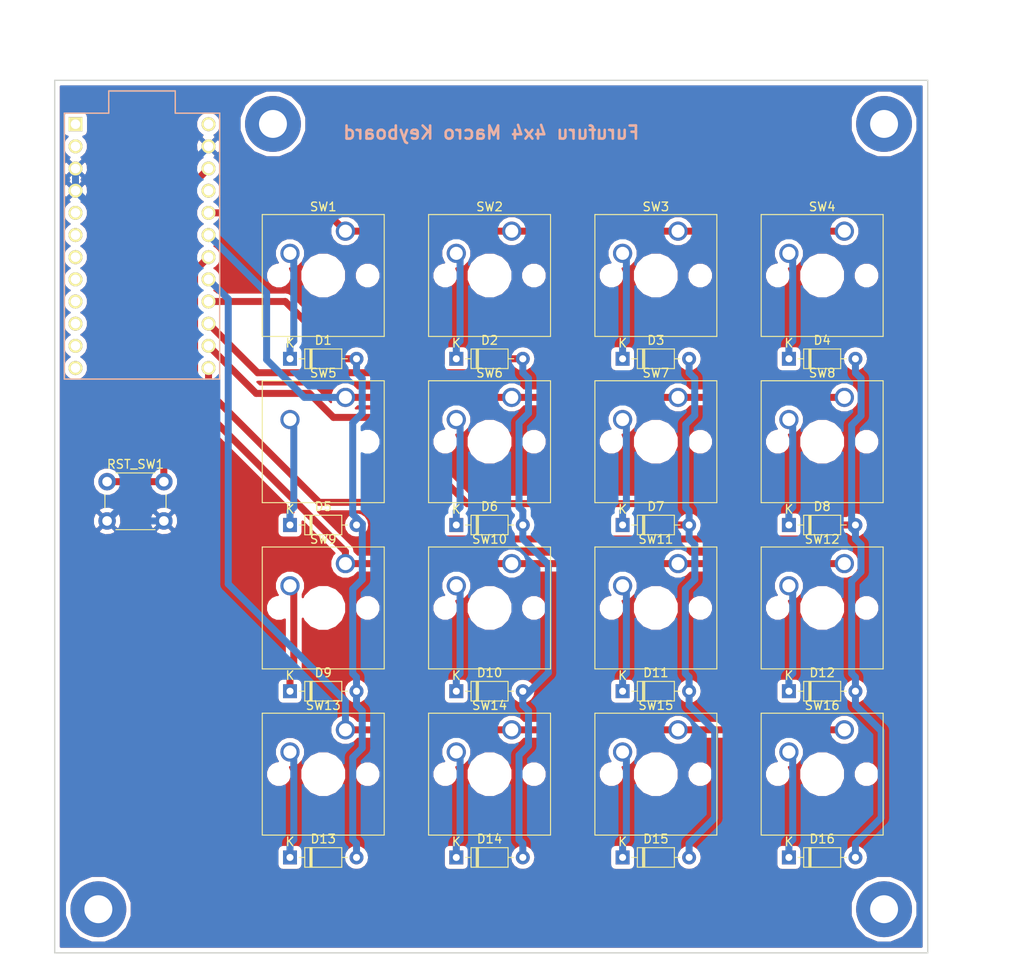
<source format=kicad_pcb>
(kicad_pcb (version 20171130) (host pcbnew "(5.0.0)")
  (layers (0 F.Cu signal) (31 B.Cu signal) (34 B.Paste user hide) (35 F.Paste user hide) (36 B.SilkS user) (37 F.SilkS user) (38 B.Mask user) (39 F.Mask user) (44 Edge.Cuts user))
  (net 0 "")
  (net 1 "Net-(D1-Pad1)")
  (net 2 COL0)
  (net 3 "Net-(D2-Pad1)")
  (net 4 "Net-(D3-Pad1)")
  (net 5 "Net-(D4-Pad1)")
  (net 6 COL1)
  (net 7 "Net-(D5-Pad1)")
  (net 8 "Net-(D6-Pad1)")
  (net 9 "Net-(D7-Pad1)")
  (net 10 "Net-(D8-Pad1)")
  (net 11 "Net-(D9-Pad1)")
  (net 12 COL2)
  (net 13 "Net-(D10-Pad1)")
  (net 14 "Net-(D11-Pad1)")
  (net 15 "Net-(D12-Pad1)")
  (net 16 "Net-(D13-Pad1)")
  (net 17 COL3)
  (net 18 "Net-(D14-Pad1)")
  (net 19 "Net-(D15-Pad1)")
  (net 20 "Net-(D16-Pad1)")
  (net 21 ROW0)
  (net 22 ROW1)
  (net 23 ROW2)
  (net 24 ROW3)
  (net 25 "Net-(U1-Pad1)")
  (net 26 "Net-(U1-Pad2)")
  (net 27 "Net-(U1-Pad5)")
  (net 28 "Net-(U1-Pad6)")
  (net 29 "Net-(U1-Pad7)")
  (net 30 "Net-(U1-Pad8)")
  (net 31 "Net-(U1-Pad9)")
  (net 32 "Net-(U1-Pad10)")
  (net 33 "Net-(U1-Pad11)")
  (net 34 "Net-(U1-Pad12)")
  (net 35 "Net-(U1-Pad21)")
  (net 36 "Net-(U1-Pad24)")
  (net 37 GND)
  (net 38 "Net-(RST_SW1-Pad1)")
  (module MountingHole:MountingHole_3.2mm_M3_Pad (layer F.Cu) (at 135 145)
    (fp_text reference m4 hide)
    (fp_text value MountingHole_3.2mm_M3_Pad)
    (pad 1 thru_hole circle (at 0 0) (size 6.4 6.4) (drill 3.2) (layers *.Cu *.Mask))
  )
  (module MountingHole:MountingHole_3.2mm_M3_Pad (layer F.Cu) (at 135 55)
    (fp_text reference m3 hide)
    (fp_text value MountingHole_3.2mm_M3_Pad)
    (pad 1 thru_hole circle (at 0 0) (size 6.4 6.4) (drill 3.2) (layers *.Cu *.Mask))
  )
  (module MountingHole:MountingHole_3.2mm_M3_Pad (layer F.Cu) (at 45 145)
    (fp_text reference m2 hide)
    (fp_text value MountingHole_3.2mm_M3_Pad)
    (pad 1 thru_hole circle (at 0 0) (size 6.4 6.4) (drill 3.2) (layers *.Cu *.Mask))
  )
  (module Diode_THT:D_DO-35_SOD27_P7.62mm_Horizontal (layer F.Cu) (at 66.95 81.915)
    (fp_text reference D1 (at 3.81 -2.12) (layer F.SilkS))
    (fp_text value DIODE)
    (fp_text user K (at 0 -1.8) (layer F.SilkS))
    (pad 1 thru_hole rect (at 0 0) (size 1.6 1.6) (drill 0.8) (layers *.Cu *.Mask) (net 1 "Net-(D1-Pad1)"))
    (pad 2 thru_hole oval (at 7.62 0) (size 1.6 1.6) (drill 0.8) (layers *.Cu *.Mask) (net 2 COL0))
  )
  (module Diode_THT:D_DO-35_SOD27_P7.62mm_Horizontal (layer F.Cu) (at 86 81.915)
    (fp_text reference D2 (at 3.81 -2.12) (layer F.SilkS))
    (fp_text value DIODE)
    (fp_text user K (at 0 -1.8) (layer F.SilkS))
    (pad 2 thru_hole oval (at 7.62 0) (size 1.6 1.6) (drill 0.8) (layers *.Cu *.Mask) (net 6 COL1))
    (pad 1 thru_hole rect (at 0 0) (size 1.6 1.6) (drill 0.8) (layers *.Cu *.Mask) (net 3 "Net-(D2-Pad1)"))
  )
  (module Diode_THT:D_DO-35_SOD27_P7.62mm_Horizontal (layer F.Cu) (at 105.05 81.915)
    (fp_text reference D3 (at 3.81 -2.12) (layer F.SilkS))
    (fp_text value DIODE)
    (fp_text user K (at 0 -1.8) (layer F.SilkS))
    (pad 1 thru_hole rect (at 0 0) (size 1.6 1.6) (drill 0.8) (layers *.Cu *.Mask) (net 4 "Net-(D3-Pad1)"))
    (pad 2 thru_hole oval (at 7.62 0) (size 1.6 1.6) (drill 0.8) (layers *.Cu *.Mask) (net 12 COL2))
  )
  (module Diode_THT:D_DO-35_SOD27_P7.62mm_Horizontal (layer F.Cu) (at 124.1 81.915)
    (fp_text reference D4 (at 3.81 -2.12) (layer F.SilkS))
    (fp_text value DIODE)
    (fp_text user K (at 0 -1.8) (layer F.SilkS))
    (pad 1 thru_hole rect (at 0 0) (size 1.6 1.6) (drill 0.8) (layers *.Cu *.Mask) (net 5 "Net-(D4-Pad1)"))
    (pad 2 thru_hole oval (at 7.62 0) (size 1.6 1.6) (drill 0.8) (layers *.Cu *.Mask) (net 17 COL3))
  )
  (module Diode_THT:D_DO-35_SOD27_P7.62mm_Horizontal (layer F.Cu) (at 66.95 100.965)
    (fp_text reference D5 (at 3.81 -2.12) (layer F.SilkS))
    (fp_text value DIODE)
    (fp_text user K (at 0 -1.8) (layer F.SilkS))
    (pad 1 thru_hole rect (at 0 0) (size 1.6 1.6) (drill 0.8) (layers *.Cu *.Mask) (net 7 "Net-(D5-Pad1)"))
    (pad 2 thru_hole oval (at 7.62 0) (size 1.6 1.6) (drill 0.8) (layers *.Cu *.Mask) (net 2 COL0))
  )
  (module Diode_THT:D_DO-35_SOD27_P7.62mm_Horizontal (layer F.Cu) (at 86 100.965)
    (fp_text reference D6 (at 3.81 -2.12) (layer F.SilkS))
    (fp_text value DIODE)
    (fp_text user K (at 0 -1.8) (layer F.SilkS))
    (pad 1 thru_hole rect (at 0 0) (size 1.6 1.6) (drill 0.8) (layers *.Cu *.Mask) (net 8 "Net-(D6-Pad1)"))
    (pad 2 thru_hole oval (at 7.62 0) (size 1.6 1.6) (drill 0.8) (layers *.Cu *.Mask) (net 6 COL1))
  )
  (module Diode_THT:D_DO-35_SOD27_P7.62mm_Horizontal (layer F.Cu) (at 105.05 100.965)
    (fp_text reference D7 (at 3.81 -2.12) (layer F.SilkS))
    (fp_text value DIODE)
    (fp_text user K (at 0 -1.8) (layer F.SilkS))
    (pad 2 thru_hole oval (at 7.62 0) (size 1.6 1.6) (drill 0.8) (layers *.Cu *.Mask) (net 12 COL2))
    (pad 1 thru_hole rect (at 0 0) (size 1.6 1.6) (drill 0.8) (layers *.Cu *.Mask) (net 9 "Net-(D7-Pad1)"))
  )
  (module Diode_THT:D_DO-35_SOD27_P7.62mm_Horizontal (layer F.Cu) (at 124.1 100.965)
    (fp_text reference D8 (at 3.81 -2.12) (layer F.SilkS))
    (fp_text value DIODE)
    (fp_text user K (at 0 -1.8) (layer F.SilkS))
    (pad 2 thru_hole oval (at 7.62 0) (size 1.6 1.6) (drill 0.8) (layers *.Cu *.Mask) (net 17 COL3))
    (pad 1 thru_hole rect (at 0 0) (size 1.6 1.6) (drill 0.8) (layers *.Cu *.Mask) (net 10 "Net-(D8-Pad1)"))
  )
  (module Diode_THT:D_DO-35_SOD27_P7.62mm_Horizontal (layer F.Cu) (at 66.95 120.015)
    (fp_text reference D9 (at 3.81 -2.12) (layer F.SilkS))
    (fp_text value DIODE)
    (fp_text user K (at 0 -1.8) (layer F.SilkS))
    (pad 2 thru_hole oval (at 7.62 0) (size 1.6 1.6) (drill 0.8) (layers *.Cu *.Mask) (net 2 COL0))
    (pad 1 thru_hole rect (at 0 0) (size 1.6 1.6) (drill 0.8) (layers *.Cu *.Mask) (net 11 "Net-(D9-Pad1)"))
  )
  (module Diode_THT:D_DO-35_SOD27_P7.62mm_Horizontal (layer F.Cu) (at 86 120.015)
    (fp_text reference D10 (at 3.81 -2.12) (layer F.SilkS))
    (fp_text value DIODE)
    (fp_text user K (at 0 -1.8) (layer F.SilkS))
    (pad 2 thru_hole oval (at 7.62 0) (size 1.6 1.6) (drill 0.8) (layers *.Cu *.Mask) (net 6 COL1))
    (pad 1 thru_hole rect (at 0 0) (size 1.6 1.6) (drill 0.8) (layers *.Cu *.Mask) (net 13 "Net-(D10-Pad1)"))
  )
  (module Diode_THT:D_DO-35_SOD27_P7.62mm_Horizontal (layer F.Cu) (at 105.05 120.015)
    (fp_text reference D11 (at 3.81 -2.12) (layer F.SilkS))
    (fp_text value DIODE)
    (fp_text user K (at 0 -1.8) (layer F.SilkS))
    (pad 1 thru_hole rect (at 0 0) (size 1.6 1.6) (drill 0.8) (layers *.Cu *.Mask) (net 14 "Net-(D11-Pad1)"))
    (pad 2 thru_hole oval (at 7.62 0) (size 1.6 1.6) (drill 0.8) (layers *.Cu *.Mask) (net 12 COL2))
  )
  (module Diode_THT:D_DO-35_SOD27_P7.62mm_Horizontal (layer F.Cu) (at 124.1 120.015)
    (fp_text reference D12 (at 3.81 -2.12) (layer F.SilkS))
    (fp_text value DIODE)
    (fp_text user K (at 0 -1.8) (layer F.SilkS))
    (pad 1 thru_hole rect (at 0 0) (size 1.6 1.6) (drill 0.8) (layers *.Cu *.Mask) (net 15 "Net-(D12-Pad1)"))
    (pad 2 thru_hole oval (at 7.62 0) (size 1.6 1.6) (drill 0.8) (layers *.Cu *.Mask) (net 17 COL3))
  )
  (module Diode_THT:D_DO-35_SOD27_P7.62mm_Horizontal (layer F.Cu) (at 66.95 139.065)
    (fp_text reference D13 (at 3.81 -2.12) (layer F.SilkS))
    (fp_text value DIODE)
    (fp_text user K (at 0 -1.8) (layer F.SilkS))
    (pad 2 thru_hole oval (at 7.62 0) (size 1.6 1.6) (drill 0.8) (layers *.Cu *.Mask) (net 2 COL0))
    (pad 1 thru_hole rect (at 0 0) (size 1.6 1.6) (drill 0.8) (layers *.Cu *.Mask) (net 16 "Net-(D13-Pad1)"))
  )
  (module Diode_THT:D_DO-35_SOD27_P7.62mm_Horizontal (layer F.Cu) (at 86 139.065)
    (fp_text reference D14 (at 3.81 -2.12) (layer F.SilkS))
    (fp_text value DIODE)
    (fp_text user K (at 0 -1.8) (layer F.SilkS))
    (pad 1 thru_hole rect (at 0 0) (size 1.6 1.6) (drill 0.8) (layers *.Cu *.Mask) (net 18 "Net-(D14-Pad1)"))
    (pad 2 thru_hole oval (at 7.62 0) (size 1.6 1.6) (drill 0.8) (layers *.Cu *.Mask) (net 6 COL1))
  )
  (module Diode_THT:D_DO-35_SOD27_P7.62mm_Horizontal (layer F.Cu) (at 105.05 139.065)
    (fp_text reference D15 (at 3.81 -2.12) (layer F.SilkS))
    (fp_text value DIODE)
    (fp_text user K (at 0 -1.8) (layer F.SilkS))
    (pad 2 thru_hole oval (at 7.62 0) (size 1.6 1.6) (drill 0.8) (layers *.Cu *.Mask) (net 12 COL2))
    (pad 1 thru_hole rect (at 0 0) (size 1.6 1.6) (drill 0.8) (layers *.Cu *.Mask) (net 19 "Net-(D15-Pad1)"))
  )
  (module Diode_THT:D_DO-35_SOD27_P7.62mm_Horizontal (layer F.Cu) (at 124.1 139.065)
    (fp_text reference D16 (at 3.81 -2.12) (layer F.SilkS))
    (fp_text value DIODE)
    (fp_text user K (at 0 -1.8) (layer F.SilkS))
    (pad 2 thru_hole oval (at 7.62 0) (size 1.6 1.6) (drill 0.8) (layers *.Cu *.Mask) (net 17 COL3))
    (pad 1 thru_hole rect (at 0 0) (size 1.6 1.6) (drill 0.8) (layers *.Cu *.Mask) (net 20 "Net-(D16-Pad1)"))
  )
  (module Button_Switch_Keyboard:SW_Cherry_MX1A_1.00u_PCB (layer F.Cu) (at 73.3 67.29)
    (fp_text reference SW1 (at -2.54 -2.794) (layer F.SilkS))
    (fp_text value SW_Push)
    (pad 1 thru_hole circle (at 0 0) (size 2.2 2.2) (drill 1.5) (layers *.Cu *.Mask) (net 21 ROW0))
    (pad 2 thru_hole circle (at -6.35 2.54) (size 2.2 2.2) (drill 1.5) (layers *.Cu *.Mask) (net 1 "Net-(D1-Pad1)"))
    (pad "" np_thru_hole circle (at -2.54 5.08) (size 4 4) (drill 4) (layers *.Cu *.Mask))
    (pad "" np_thru_hole circle (at -7.62 5.08) (size 1.7 1.7) (drill 1.7) (layers *.Cu *.Mask))
    (pad "" np_thru_hole circle (at 2.54 5.08) (size 1.7 1.7) (drill 1.7) (layers *.Cu *.Mask))
  )
  (module Button_Switch_Keyboard:SW_Cherry_MX1A_1.00u_PCB (layer F.Cu) (at 92.35 67.29)
    (fp_text reference SW2 (at -2.54 -2.794) (layer F.SilkS))
    (fp_text value SW_Push)
    (pad "" np_thru_hole circle (at 2.54 5.08) (size 1.7 1.7) (drill 1.7) (layers *.Cu *.Mask))
    (pad "" np_thru_hole circle (at -7.62 5.08) (size 1.7 1.7) (drill 1.7) (layers *.Cu *.Mask))
    (pad "" np_thru_hole circle (at -2.54 5.08) (size 4 4) (drill 4) (layers *.Cu *.Mask))
    (pad 2 thru_hole circle (at -6.35 2.54) (size 2.2 2.2) (drill 1.5) (layers *.Cu *.Mask) (net 3 "Net-(D2-Pad1)"))
    (pad 1 thru_hole circle (at 0 0) (size 2.2 2.2) (drill 1.5) (layers *.Cu *.Mask) (net 21 ROW0))
  )
  (module Button_Switch_Keyboard:SW_Cherry_MX1A_1.00u_PCB (layer F.Cu) (at 111.4 67.29)
    (fp_text reference SW3 (at -2.54 -2.794) (layer F.SilkS))
    (fp_text value SW_Push)
    (pad 1 thru_hole circle (at 0 0) (size 2.2 2.2) (drill 1.5) (layers *.Cu *.Mask) (net 21 ROW0))
    (pad 2 thru_hole circle (at -6.35 2.54) (size 2.2 2.2) (drill 1.5) (layers *.Cu *.Mask) (net 4 "Net-(D3-Pad1)"))
    (pad "" np_thru_hole circle (at -2.54 5.08) (size 4 4) (drill 4) (layers *.Cu *.Mask))
    (pad "" np_thru_hole circle (at -7.62 5.08) (size 1.7 1.7) (drill 1.7) (layers *.Cu *.Mask))
    (pad "" np_thru_hole circle (at 2.54 5.08) (size 1.7 1.7) (drill 1.7) (layers *.Cu *.Mask))
  )
  (module Button_Switch_Keyboard:SW_Cherry_MX1A_1.00u_PCB (layer F.Cu) (at 130.45 67.29)
    (fp_text reference SW4 (at -2.54 -2.794) (layer F.SilkS))
    (fp_text value SW_Push)
    (pad 1 thru_hole circle (at 0 0) (size 2.2 2.2) (drill 1.5) (layers *.Cu *.Mask) (net 21 ROW0))
    (pad 2 thru_hole circle (at -6.35 2.54) (size 2.2 2.2) (drill 1.5) (layers *.Cu *.Mask) (net 5 "Net-(D4-Pad1)"))
    (pad "" np_thru_hole circle (at -2.54 5.08) (size 4 4) (drill 4) (layers *.Cu *.Mask))
    (pad "" np_thru_hole circle (at -7.62 5.08) (size 1.7 1.7) (drill 1.7) (layers *.Cu *.Mask))
    (pad "" np_thru_hole circle (at 2.54 5.08) (size 1.7 1.7) (drill 1.7) (layers *.Cu *.Mask))
  )
  (module Button_Switch_Keyboard:SW_Cherry_MX1A_1.00u_PCB (layer F.Cu) (at 73.3 86.34)
    (fp_text reference SW5 (at -2.54 -2.794) (layer F.SilkS))
    (fp_text value SW_Push)
    (pad 1 thru_hole circle (at 0 0) (size 2.2 2.2) (drill 1.5) (layers *.Cu *.Mask) (net 22 ROW1))
    (pad 2 thru_hole circle (at -6.35 2.54) (size 2.2 2.2) (drill 1.5) (layers *.Cu *.Mask) (net 7 "Net-(D5-Pad1)"))
    (pad "" np_thru_hole circle (at -2.54 5.08) (size 4 4) (drill 4) (layers *.Cu *.Mask))
    (pad "" np_thru_hole circle (at -7.62 5.08) (size 1.7 1.7) (drill 1.7) (layers *.Cu *.Mask))
    (pad "" np_thru_hole circle (at 2.54 5.08) (size 1.7 1.7) (drill 1.7) (layers *.Cu *.Mask))
  )
  (module Button_Switch_Keyboard:SW_Cherry_MX1A_1.00u_PCB (layer F.Cu) (at 92.35 86.34)
    (fp_text reference SW6 (at -2.54 -2.794) (layer F.SilkS))
    (fp_text value SW_Push)
    (pad "" np_thru_hole circle (at 2.54 5.08) (size 1.7 1.7) (drill 1.7) (layers *.Cu *.Mask))
    (pad "" np_thru_hole circle (at -7.62 5.08) (size 1.7 1.7) (drill 1.7) (layers *.Cu *.Mask))
    (pad "" np_thru_hole circle (at -2.54 5.08) (size 4 4) (drill 4) (layers *.Cu *.Mask))
    (pad 2 thru_hole circle (at -6.35 2.54) (size 2.2 2.2) (drill 1.5) (layers *.Cu *.Mask) (net 8 "Net-(D6-Pad1)"))
    (pad 1 thru_hole circle (at 0 0) (size 2.2 2.2) (drill 1.5) (layers *.Cu *.Mask) (net 22 ROW1))
  )
  (module Button_Switch_Keyboard:SW_Cherry_MX1A_1.00u_PCB (layer F.Cu) (at 111.4 86.34)
    (fp_text reference SW7 (at -2.54 -2.794) (layer F.SilkS))
    (fp_text value SW_Push)
    (pad "" np_thru_hole circle (at 2.54 5.08) (size 1.7 1.7) (drill 1.7) (layers *.Cu *.Mask))
    (pad "" np_thru_hole circle (at -7.62 5.08) (size 1.7 1.7) (drill 1.7) (layers *.Cu *.Mask))
    (pad "" np_thru_hole circle (at -2.54 5.08) (size 4 4) (drill 4) (layers *.Cu *.Mask))
    (pad 2 thru_hole circle (at -6.35 2.54) (size 2.2 2.2) (drill 1.5) (layers *.Cu *.Mask) (net 9 "Net-(D7-Pad1)"))
    (pad 1 thru_hole circle (at 0 0) (size 2.2 2.2) (drill 1.5) (layers *.Cu *.Mask) (net 22 ROW1))
  )
  (module Button_Switch_Keyboard:SW_Cherry_MX1A_1.00u_PCB (layer F.Cu) (at 130.45 86.34)
    (fp_text reference SW8 (at -2.54 -2.794) (layer F.SilkS))
    (fp_text value SW_Push)
    (pad "" np_thru_hole circle (at 2.54 5.08) (size 1.7 1.7) (drill 1.7) (layers *.Cu *.Mask))
    (pad "" np_thru_hole circle (at -7.62 5.08) (size 1.7 1.7) (drill 1.7) (layers *.Cu *.Mask))
    (pad "" np_thru_hole circle (at -2.54 5.08) (size 4 4) (drill 4) (layers *.Cu *.Mask))
    (pad 2 thru_hole circle (at -6.35 2.54) (size 2.2 2.2) (drill 1.5) (layers *.Cu *.Mask) (net 10 "Net-(D8-Pad1)"))
    (pad 1 thru_hole circle (at 0 0) (size 2.2 2.2) (drill 1.5) (layers *.Cu *.Mask) (net 22 ROW1))
  )
  (module Button_Switch_Keyboard:SW_Cherry_MX1A_1.00u_PCB (layer F.Cu) (at 73.3 105.39)
    (fp_text reference SW9 (at -2.54 -2.794) (layer F.SilkS))
    (fp_text value SW_Push)
    (pad "" np_thru_hole circle (at 2.54 5.08) (size 1.7 1.7) (drill 1.7) (layers *.Cu *.Mask))
    (pad "" np_thru_hole circle (at -7.62 5.08) (size 1.7 1.7) (drill 1.7) (layers *.Cu *.Mask))
    (pad "" np_thru_hole circle (at -2.54 5.08) (size 4 4) (drill 4) (layers *.Cu *.Mask))
    (pad 2 thru_hole circle (at -6.35 2.54) (size 2.2 2.2) (drill 1.5) (layers *.Cu *.Mask) (net 11 "Net-(D9-Pad1)"))
    (pad 1 thru_hole circle (at 0 0) (size 2.2 2.2) (drill 1.5) (layers *.Cu *.Mask) (net 23 ROW2))
  )
  (module Button_Switch_Keyboard:SW_Cherry_MX1A_1.00u_PCB (layer F.Cu) (at 92.35 105.39)
    (fp_text reference SW10 (at -2.54 -2.794) (layer F.SilkS))
    (fp_text value SW_Push)
    (pad "" np_thru_hole circle (at 2.54 5.08) (size 1.7 1.7) (drill 1.7) (layers *.Cu *.Mask))
    (pad "" np_thru_hole circle (at -7.62 5.08) (size 1.7 1.7) (drill 1.7) (layers *.Cu *.Mask))
    (pad "" np_thru_hole circle (at -2.54 5.08) (size 4 4) (drill 4) (layers *.Cu *.Mask))
    (pad 2 thru_hole circle (at -6.35 2.54) (size 2.2 2.2) (drill 1.5) (layers *.Cu *.Mask) (net 13 "Net-(D10-Pad1)"))
    (pad 1 thru_hole circle (at 0 0) (size 2.2 2.2) (drill 1.5) (layers *.Cu *.Mask) (net 23 ROW2))
  )
  (module Button_Switch_Keyboard:SW_Cherry_MX1A_1.00u_PCB (layer F.Cu) (at 111.4 105.39)
    (fp_text reference SW11 (at -2.54 -2.794) (layer F.SilkS))
    (fp_text value SW_Push)
    (pad "" np_thru_hole circle (at 2.54 5.08) (size 1.7 1.7) (drill 1.7) (layers *.Cu *.Mask))
    (pad "" np_thru_hole circle (at -7.62 5.08) (size 1.7 1.7) (drill 1.7) (layers *.Cu *.Mask))
    (pad "" np_thru_hole circle (at -2.54 5.08) (size 4 4) (drill 4) (layers *.Cu *.Mask))
    (pad 2 thru_hole circle (at -6.35 2.54) (size 2.2 2.2) (drill 1.5) (layers *.Cu *.Mask) (net 14 "Net-(D11-Pad1)"))
    (pad 1 thru_hole circle (at 0 0) (size 2.2 2.2) (drill 1.5) (layers *.Cu *.Mask) (net 23 ROW2))
  )
  (module Button_Switch_Keyboard:SW_Cherry_MX1A_1.00u_PCB (layer F.Cu) (at 130.45 105.39)
    (fp_text reference SW12 (at -2.54 -2.794) (layer F.SilkS))
    (fp_text value SW_Push)
    (pad "" np_thru_hole circle (at 2.54 5.08) (size 1.7 1.7) (drill 1.7) (layers *.Cu *.Mask))
    (pad "" np_thru_hole circle (at -7.62 5.08) (size 1.7 1.7) (drill 1.7) (layers *.Cu *.Mask))
    (pad "" np_thru_hole circle (at -2.54 5.08) (size 4 4) (drill 4) (layers *.Cu *.Mask))
    (pad 2 thru_hole circle (at -6.35 2.54) (size 2.2 2.2) (drill 1.5) (layers *.Cu *.Mask) (net 15 "Net-(D12-Pad1)"))
    (pad 1 thru_hole circle (at 0 0) (size 2.2 2.2) (drill 1.5) (layers *.Cu *.Mask) (net 23 ROW2))
  )
  (module Button_Switch_Keyboard:SW_Cherry_MX1A_1.00u_PCB (layer F.Cu) (at 73.3 124.44)
    (fp_text reference SW13 (at -2.54 -2.794) (layer F.SilkS))
    (fp_text value SW_Push)
    (pad 1 thru_hole circle (at 0 0) (size 2.2 2.2) (drill 1.5) (layers *.Cu *.Mask) (net 24 ROW3))
    (pad 2 thru_hole circle (at -6.35 2.54) (size 2.2 2.2) (drill 1.5) (layers *.Cu *.Mask) (net 16 "Net-(D13-Pad1)"))
    (pad "" np_thru_hole circle (at -2.54 5.08) (size 4 4) (drill 4) (layers *.Cu *.Mask))
    (pad "" np_thru_hole circle (at -7.62 5.08) (size 1.7 1.7) (drill 1.7) (layers *.Cu *.Mask))
    (pad "" np_thru_hole circle (at 2.54 5.08) (size 1.7 1.7) (drill 1.7) (layers *.Cu *.Mask))
  )
  (module Button_Switch_Keyboard:SW_Cherry_MX1A_1.00u_PCB (layer F.Cu) (at 92.35 124.44)
    (fp_text reference SW14 (at -2.54 -2.794) (layer F.SilkS))
    (fp_text value SW_Push)
    (pad 1 thru_hole circle (at 0 0) (size 2.2 2.2) (drill 1.5) (layers *.Cu *.Mask) (net 24 ROW3))
    (pad 2 thru_hole circle (at -6.35 2.54) (size 2.2 2.2) (drill 1.5) (layers *.Cu *.Mask) (net 18 "Net-(D14-Pad1)"))
    (pad "" np_thru_hole circle (at -2.54 5.08) (size 4 4) (drill 4) (layers *.Cu *.Mask))
    (pad "" np_thru_hole circle (at -7.62 5.08) (size 1.7 1.7) (drill 1.7) (layers *.Cu *.Mask))
    (pad "" np_thru_hole circle (at 2.54 5.08) (size 1.7 1.7) (drill 1.7) (layers *.Cu *.Mask))
  )
  (module Button_Switch_Keyboard:SW_Cherry_MX1A_1.00u_PCB (layer F.Cu) (at 111.4 124.44)
    (fp_text reference SW15 (at -2.54 -2.794) (layer F.SilkS))
    (fp_text value SW_Push)
    (pad 1 thru_hole circle (at 0 0) (size 2.2 2.2) (drill 1.5) (layers *.Cu *.Mask) (net 24 ROW3))
    (pad 2 thru_hole circle (at -6.35 2.54) (size 2.2 2.2) (drill 1.5) (layers *.Cu *.Mask) (net 19 "Net-(D15-Pad1)"))
    (pad "" np_thru_hole circle (at -2.54 5.08) (size 4 4) (drill 4) (layers *.Cu *.Mask))
    (pad "" np_thru_hole circle (at -7.62 5.08) (size 1.7 1.7) (drill 1.7) (layers *.Cu *.Mask))
    (pad "" np_thru_hole circle (at 2.54 5.08) (size 1.7 1.7) (drill 1.7) (layers *.Cu *.Mask))
  )
  (module Button_Switch_Keyboard:SW_Cherry_MX1A_1.00u_PCB (layer F.Cu) (at 130.45 124.44)
    (fp_text reference SW16 (at -2.54 -2.794) (layer F.SilkS))
    (fp_text value SW_Push)
    (pad 1 thru_hole circle (at 0 0) (size 2.2 2.2) (drill 1.5) (layers *.Cu *.Mask) (net 24 ROW3))
    (pad 2 thru_hole circle (at -6.35 2.54) (size 2.2 2.2) (drill 1.5) (layers *.Cu *.Mask) (net 20 "Net-(D16-Pad1)"))
    (pad "" np_thru_hole circle (at -2.54 5.08) (size 4 4) (drill 4) (layers *.Cu *.Mask))
    (pad "" np_thru_hole circle (at -7.62 5.08) (size 1.7 1.7) (drill 1.7) (layers *.Cu *.Mask))
    (pad "" np_thru_hole circle (at 2.54 5.08) (size 1.7 1.7) (drill 1.7) (layers *.Cu *.Mask))
  )
  (module promicro:ProMicro (layer F.Cu) (at 50 69 270)
    (fp_text reference U1 hide)
    (fp_text value ProMicro)
    (pad 1 thru_hole rect (at -13.97 7.62 270) (size 1.6 1.6) (drill 1.1) (layers *.Cu *.Mask F.SilkS) (net 25 "Net-(U1-Pad1)"))
    (pad 2 thru_hole circle (at -11.43 7.62 270) (size 1.6 1.6) (drill 1.1) (layers *.Cu *.Mask F.SilkS) (net 26 "Net-(U1-Pad2)"))
    (pad 3 thru_hole circle (at -8.89 7.62 270) (size 1.6 1.6) (drill 1.1) (layers *.Cu *.Mask F.SilkS) (net 37 GND))
    (pad 4 thru_hole circle (at -6.35 7.62 270) (size 1.6 1.6) (drill 1.1) (layers *.Cu *.Mask F.SilkS) (net 37 GND))
    (pad 5 thru_hole circle (at -3.81 7.62 270) (size 1.6 1.6) (drill 1.1) (layers *.Cu *.Mask F.SilkS) (net 27 "Net-(U1-Pad5)"))
    (pad 6 thru_hole circle (at -1.27 7.62 270) (size 1.6 1.6) (drill 1.1) (layers *.Cu *.Mask F.SilkS) (net 28 "Net-(U1-Pad6)"))
    (pad 7 thru_hole circle (at 1.27 7.62 270) (size 1.6 1.6) (drill 1.1) (layers *.Cu *.Mask F.SilkS) (net 29 "Net-(U1-Pad7)"))
    (pad 8 thru_hole circle (at 3.81 7.62 270) (size 1.6 1.6) (drill 1.1) (layers *.Cu *.Mask F.SilkS) (net 30 "Net-(U1-Pad8)"))
    (pad 9 thru_hole circle (at 6.35 7.62 270) (size 1.6 1.6) (drill 1.1) (layers *.Cu *.Mask F.SilkS) (net 31 "Net-(U1-Pad9)"))
    (pad 10 thru_hole circle (at 8.89 7.62 270) (size 1.6 1.6) (drill 1.1) (layers *.Cu *.Mask F.SilkS) (net 32 "Net-(U1-Pad10)"))
    (pad 11 thru_hole circle (at 11.43 7.62 270) (size 1.6 1.6) (drill 1.1) (layers *.Cu *.Mask F.SilkS) (net 33 "Net-(U1-Pad11)"))
    (pad 12 thru_hole circle (at 13.97 7.62 270) (size 1.6 1.6) (drill 1.1) (layers *.Cu *.Mask F.SilkS) (net 34 "Net-(U1-Pad12)"))
    (pad 13 thru_hole circle (at 13.97 -7.62 270) (size 1.6 1.6) (drill 1.1) (layers *.Cu *.Mask F.SilkS) (net 17 COL3))
    (pad 14 thru_hole circle (at 11.43 -7.62 270) (size 1.6 1.6) (drill 1.1) (layers *.Cu *.Mask F.SilkS) (net 12 COL2))
    (pad 15 thru_hole circle (at 8.89 -7.62 270) (size 1.6 1.6) (drill 1.1) (layers *.Cu *.Mask F.SilkS) (net 6 COL1))
    (pad 16 thru_hole circle (at 6.35 -7.62 270) (size 1.6 1.6) (drill 1.1) (layers *.Cu *.Mask F.SilkS) (net 2 COL0))
    (pad 17 thru_hole circle (at 3.81 -7.62 270) (size 1.6 1.6) (drill 1.1) (layers *.Cu *.Mask F.SilkS) (net 24 ROW3))
    (pad 18 thru_hole circle (at 1.27 -7.62 270) (size 1.6 1.6) (drill 1.1) (layers *.Cu *.Mask F.SilkS) (net 23 ROW2))
    (pad 19 thru_hole circle (at -1.27 -7.62 270) (size 1.6 1.6) (drill 1.1) (layers *.Cu *.Mask F.SilkS) (net 22 ROW1))
    (pad 20 thru_hole circle (at -3.81 -7.62 270) (size 1.6 1.6) (drill 1.1) (layers *.Cu *.Mask F.SilkS) (net 21 ROW0))
    (pad 21 thru_hole circle (at -6.35 -7.62 270) (size 1.6 1.6) (drill 1.1) (layers *.Cu *.Mask F.SilkS) (net 35 "Net-(U1-Pad21)"))
    (pad 22 thru_hole circle (at -8.89 -7.62 270) (size 1.6 1.6) (drill 1.1) (layers *.Cu *.Mask F.SilkS) (net 38 "Net-(RST_SW1-Pad1)"))
    (pad 23 thru_hole circle (at -11.43 -7.62 270) (size 1.6 1.6) (drill 1.1) (layers *.Cu *.Mask F.SilkS) (net 37 GND))
    (pad 24 thru_hole circle (at -13.97 -7.62 270) (size 1.6 1.6) (drill 1.1) (layers *.Cu *.Mask F.SilkS) (net 36 "Net-(U1-Pad24)"))
  )
  (module MountingHole:MountingHole_3.2mm_M3_Pad (layer F.Cu) (at 65 55)
    (fp_text reference m1 hide)
    (fp_text value MountingHole_3.2mm_M3_Pad)
    (pad 1 thru_hole circle (at 0 0) (size 6.4 6.4) (drill 3.2) (layers *.Cu *.Mask))
  )
  (module Button_Switch_THT:SW_PUSH_6mm (layer F.Cu) (at 46 96)
    (fp_text reference RST_SW1 (at 3.25 -2) (layer F.SilkS))
    (fp_text value RST_SW)
    (pad 2 thru_hole circle (at 0 4.5 90) (size 2 2) (drill 1.1) (layers *.Cu *.Mask) (net 37 GND))
    (pad 1 thru_hole circle (at 0 0 90) (size 2 2) (drill 1.1) (layers *.Cu *.Mask) (net 38 "Net-(RST_SW1-Pad1)"))
    (pad 2 thru_hole circle (at 6.5 4.5 90) (size 2 2) (drill 1.1) (layers *.Cu *.Mask) (net 37 GND))
    (pad 1 thru_hole circle (at 6.5 0 90) (size 2 2) (drill 1.1) (layers *.Cu *.Mask) (net 38 "Net-(RST_SW1-Pad1)"))
  )
  (gr_text "Furufuru 4x4 Macro Keyboard" (at 90 56) (layer B.SilkS) (effects (font (size 1.5 1.5) (thickness 0.3)) (justify mirror)))
  (gr_line (start 40 150) (end 40 50) (layer Edge.Cuts) (width 0.15))
  (gr_line (start 140 150) (end 40 150) (layer Edge.Cuts) (width 0.15))
  (gr_line (start 140 50) (end 140 150) (layer Edge.Cuts) (width 0.15))
  (gr_line (start 40 50) (end 140 50) (layer Edge.Cuts) (width 0.15))
  (segment (start 66.95 81.915) (end 66.95 80.3147) (width 0.8) (layer B.Cu) (net 1))
  (segment (start 66.95 69.83) (end 67.3844 70.2644) (width 0.8) (layer B.Cu) (net 1))
  (segment (start 67.3844 70.2644) (end 67.3844 79.8803) (width 0.8) (layer B.Cu) (net 1))
  (segment (start 67.3844 79.8803) (end 66.95 80.3147) (width 0.8) (layer B.Cu) (net 1))
  (segment (start 74.57 81.915) (end 72.9697 81.915) (width 0.8) (layer F.Cu) (net 2))
  (segment (start 57.62 75.35) (end 66.4047 75.35) (width 0.8) (layer F.Cu) (net 2))
  (segment (start 66.4047 75.35) (end 72.9697 81.915) (width 0.8) (layer F.Cu) (net 2))
  (segment (start 74.57 120.015) (end 74.57 121.6153) (width 0.8) (layer B.Cu) (net 2))
  (segment (start 74.57 139.065) (end 74.57 137.4647) (width 0.8) (layer B.Cu) (net 2))
  (segment (start 74.57 137.4647) (end 74.1356 137.0303) (width 0.8) (layer B.Cu) (net 2))
  (segment (start 74.1356 137.0303) (end 74.1356 127.6111) (width 0.8) (layer B.Cu) (net 2))
  (segment (start 74.1356 127.6111) (end 75.2256 126.5211) (width 0.8) (layer B.Cu) (net 2))
  (segment (start 75.2256 126.5211) (end 75.2256 122.2709) (width 0.8) (layer B.Cu) (net 2))
  (segment (start 75.2256 122.2709) (end 74.57 121.6153) (width 0.8) (layer B.Cu) (net 2))
  (segment (start 74.57 100.1648) (end 75.2354 100.8302) (width 0.8) (layer B.Cu) (net 2))
  (segment (start 75.2354 100.8302) (end 75.2354 107.1978) (width 0.8) (layer B.Cu) (net 2))
  (segment (start 75.2354 107.1978) (end 74.1356 108.2976) (width 0.8) (layer B.Cu) (net 2))
  (segment (start 74.1356 108.2976) (end 74.1356 117.9803) (width 0.8) (layer B.Cu) (net 2))
  (segment (start 74.1356 117.9803) (end 74.57 118.4147) (width 0.8) (layer B.Cu) (net 2))
  (segment (start 74.57 120.015) (end 74.57 118.4147) (width 0.8) (layer B.Cu) (net 2))
  (segment (start 74.57 100.1648) (end 74.1356 99.7304) (width 0.8) (layer B.Cu) (net 2))
  (segment (start 74.1356 99.7304) (end 74.1356 89.2476) (width 0.8) (layer B.Cu) (net 2))
  (segment (start 74.1356 89.2476) (end 75.2211 88.1621) (width 0.8) (layer B.Cu) (net 2))
  (segment (start 75.2211 88.1621) (end 75.2211 84.1664) (width 0.8) (layer B.Cu) (net 2))
  (segment (start 75.2211 84.1664) (end 74.57 83.5153) (width 0.8) (layer B.Cu) (net 2))
  (segment (start 74.57 100.965) (end 74.57 100.1648) (width 0.8) (layer B.Cu) (net 2))
  (segment (start 74.57 81.915) (end 74.57 83.5153) (width 0.8) (layer B.Cu) (net 2))
  (segment (start 86 81.915) (end 86 80.3147) (width 0.8) (layer B.Cu) (net 3))
  (segment (start 86 69.83) (end 86.4344 70.2644) (width 0.8) (layer B.Cu) (net 3))
  (segment (start 86.4344 70.2644) (end 86.4344 79.8803) (width 0.8) (layer B.Cu) (net 3))
  (segment (start 86.4344 79.8803) (end 86 80.3147) (width 0.8) (layer B.Cu) (net 3))
  (segment (start 105.05 81.915) (end 105.05 80.3147) (width 0.8) (layer B.Cu) (net 4))
  (segment (start 105.05 69.83) (end 105.4844 70.2644) (width 0.8) (layer B.Cu) (net 4))
  (segment (start 105.4844 70.2644) (end 105.4844 79.8803) (width 0.8) (layer B.Cu) (net 4))
  (segment (start 105.4844 79.8803) (end 105.05 80.3147) (width 0.8) (layer B.Cu) (net 4))
  (segment (start 124.1 81.915) (end 124.1 80.3147) (width 0.8) (layer B.Cu) (net 5))
  (segment (start 124.1 69.83) (end 124.5344 70.2644) (width 0.8) (layer B.Cu) (net 5))
  (segment (start 124.5344 70.2644) (end 124.5344 79.8803) (width 0.8) (layer B.Cu) (net 5))
  (segment (start 124.5344 79.8803) (end 124.1 80.3147) (width 0.8) (layer B.Cu) (net 5))
  (segment (start 93.62 81.915) (end 92.0197 81.915) (width 0.8) (layer F.Cu) (net 6))
  (segment (start 57.62 77.89) (end 63.2454 83.5154) (width 0.8) (layer F.Cu) (net 6))
  (segment (start 63.2454 83.5154) (end 90.4193 83.5154) (width 0.8) (layer F.Cu) (net 6))
  (segment (start 90.4193 83.5154) (end 92.0197 81.915) (width 0.8) (layer F.Cu) (net 6))
  (segment (start 93.62 100.965) (end 93.62 102.5653) (width 0.8) (layer B.Cu) (net 6))
  (segment (start 93.62 120.8151) (end 96.5435 117.8916) (width 0.8) (layer B.Cu) (net 6))
  (segment (start 96.5435 117.8916) (end 96.5435 105.4888) (width 0.8) (layer B.Cu) (net 6))
  (segment (start 96.5435 105.4888) (end 93.62 102.5653) (width 0.8) (layer B.Cu) (net 6))
  (segment (start 93.62 120.8151) (end 93.62 121.6153) (width 0.8) (layer B.Cu) (net 6))
  (segment (start 93.62 120.015) (end 93.62 120.8151) (width 0.8) (layer B.Cu) (net 6))
  (segment (start 93.62 100.965) (end 93.62 99.3647) (width 0.8) (layer B.Cu) (net 6))
  (segment (start 93.62 81.915) (end 93.62 83.5153) (width 0.8) (layer B.Cu) (net 6))
  (segment (start 93.62 83.5153) (end 94.2711 84.1664) (width 0.8) (layer B.Cu) (net 6))
  (segment (start 94.2711 84.1664) (end 94.2711 88.1621) (width 0.8) (layer B.Cu) (net 6))
  (segment (start 94.2711 88.1621) (end 93.1856 89.2476) (width 0.8) (layer B.Cu) (net 6))
  (segment (start 93.1856 89.2476) (end 93.1856 98.9303) (width 0.8) (layer B.Cu) (net 6))
  (segment (start 93.1856 98.9303) (end 93.62 99.3647) (width 0.8) (layer B.Cu) (net 6))
  (segment (start 93.62 139.065) (end 93.62 137.4647) (width 0.8) (layer B.Cu) (net 6))
  (segment (start 93.62 121.6153) (end 94.2711 122.2664) (width 0.8) (layer B.Cu) (net 6))
  (segment (start 94.2711 122.2664) (end 94.2711 126.2621) (width 0.8) (layer B.Cu) (net 6))
  (segment (start 94.2711 126.2621) (end 93.1856 127.3476) (width 0.8) (layer B.Cu) (net 6))
  (segment (start 93.1856 127.3476) (end 93.1856 137.0303) (width 0.8) (layer B.Cu) (net 6))
  (segment (start 93.1856 137.0303) (end 93.62 137.4647) (width 0.8) (layer B.Cu) (net 6))
  (segment (start 66.95 100.965) (end 66.95 99.3647) (width 0.8) (layer B.Cu) (net 7))
  (segment (start 66.95 88.88) (end 67.3844 89.3144) (width 0.8) (layer B.Cu) (net 7))
  (segment (start 67.3844 89.3144) (end 67.3844 98.9303) (width 0.8) (layer B.Cu) (net 7))
  (segment (start 67.3844 98.9303) (end 66.95 99.3647) (width 0.8) (layer B.Cu) (net 7))
  (segment (start 86 100.965) (end 86 99.3647) (width 0.8) (layer B.Cu) (net 8))
  (segment (start 86 88.88) (end 86.4344 89.3144) (width 0.8) (layer B.Cu) (net 8))
  (segment (start 86.4344 89.3144) (end 86.4344 98.9303) (width 0.8) (layer B.Cu) (net 8))
  (segment (start 86.4344 98.9303) (end 86 99.3647) (width 0.8) (layer B.Cu) (net 8))
  (segment (start 105.05 100.965) (end 105.05 99.3647) (width 0.8) (layer B.Cu) (net 9))
  (segment (start 105.05 88.88) (end 105.4844 89.3144) (width 0.8) (layer B.Cu) (net 9))
  (segment (start 105.4844 89.3144) (end 105.4844 98.9303) (width 0.8) (layer B.Cu) (net 9))
  (segment (start 105.4844 98.9303) (end 105.05 99.3647) (width 0.8) (layer B.Cu) (net 9))
  (segment (start 124.1 100.965) (end 124.1 99.3647) (width 0.8) (layer B.Cu) (net 10))
  (segment (start 124.1 88.88) (end 124.5344 89.3144) (width 0.8) (layer B.Cu) (net 10))
  (segment (start 124.5344 89.3144) (end 124.5344 98.9303) (width 0.8) (layer B.Cu) (net 10))
  (segment (start 124.5344 98.9303) (end 124.1 99.3647) (width 0.8) (layer B.Cu) (net 10))
  (segment (start 66.95 120.015) (end 66.95 118.4147) (width 0.8) (layer F.Cu) (net 11))
  (segment (start 66.95 107.93) (end 67.3844 108.3644) (width 0.8) (layer F.Cu) (net 11))
  (segment (start 67.3844 108.3644) (end 67.3844 117.9803) (width 0.8) (layer F.Cu) (net 11))
  (segment (start 67.3844 117.9803) (end 66.95 118.4147) (width 0.8) (layer F.Cu) (net 11))
  (segment (start 112.67 100.965) (end 111.0697 100.965) (width 0.8) (layer F.Cu) (net 12))
  (segment (start 57.62 80.43) (end 63.0754 85.8854) (width 0.8) (layer F.Cu) (net 12))
  (segment (start 63.0754 85.8854) (end 69.1859 85.8854) (width 0.8) (layer F.Cu) (net 12))
  (segment (start 69.1859 85.8854) (end 71.936 88.6355) (width 0.8) (layer F.Cu) (net 12))
  (segment (start 71.936 88.6355) (end 77.3713 88.6355) (width 0.8) (layer F.Cu) (net 12))
  (segment (start 77.3713 88.6355) (end 87.2514 98.5156) (width 0.8) (layer F.Cu) (net 12))
  (segment (start 87.2514 98.5156) (end 108.6203 98.5156) (width 0.8) (layer F.Cu) (net 12))
  (segment (start 108.6203 98.5156) (end 111.0697 100.965) (width 0.8) (layer F.Cu) (net 12))
  (segment (start 112.67 100.965) (end 112.67 99.3647) (width 0.8) (layer B.Cu) (net 12))
  (segment (start 112.67 120.015) (end 112.67 118.4147) (width 0.8) (layer B.Cu) (net 12))
  (segment (start 112.67 100.965) (end 112.67 102.5653) (width 0.8) (layer B.Cu) (net 12))
  (segment (start 112.67 102.5653) (end 113.3211 103.2164) (width 0.8) (layer B.Cu) (net 12))
  (segment (start 113.3211 103.2164) (end 113.3211 107.2121) (width 0.8) (layer B.Cu) (net 12))
  (segment (start 113.3211 107.2121) (end 112.2356 108.2976) (width 0.8) (layer B.Cu) (net 12))
  (segment (start 112.2356 108.2976) (end 112.2356 117.9803) (width 0.8) (layer B.Cu) (net 12))
  (segment (start 112.2356 117.9803) (end 112.67 118.4147) (width 0.8) (layer B.Cu) (net 12))
  (segment (start 112.67 83.5153) (end 113.3129 84.1582) (width 0.8) (layer B.Cu) (net 12))
  (segment (start 113.3129 84.1582) (end 113.3129 88.394) (width 0.8) (layer B.Cu) (net 12))
  (segment (start 113.3129 88.394) (end 112.2835 89.4234) (width 0.8) (layer B.Cu) (net 12))
  (segment (start 112.2835 89.4234) (end 112.2835 98.9782) (width 0.8) (layer B.Cu) (net 12))
  (segment (start 112.2835 98.9782) (end 112.67 99.3647) (width 0.8) (layer B.Cu) (net 12))
  (segment (start 112.67 81.915) (end 112.67 83.5153) (width 0.8) (layer B.Cu) (net 12))
  (segment (start 112.67 120.015) (end 112.67 121.6153) (width 0.8) (layer B.Cu) (net 12))
  (segment (start 112.67 121.6153) (end 115.5935 124.5388) (width 0.8) (layer B.Cu) (net 12))
  (segment (start 115.5935 124.5388) (end 115.5935 134.5412) (width 0.8) (layer B.Cu) (net 12))
  (segment (start 115.5935 134.5412) (end 112.67 137.4647) (width 0.8) (layer B.Cu) (net 12))
  (segment (start 112.67 139.065) (end 112.67 137.4647) (width 0.8) (layer B.Cu) (net 12))
  (segment (start 86 120.015) (end 86 118.4147) (width 0.8) (layer B.Cu) (net 13))
  (segment (start 86 107.93) (end 86.4344 108.3644) (width 0.8) (layer B.Cu) (net 13))
  (segment (start 86.4344 108.3644) (end 86.4344 117.9803) (width 0.8) (layer B.Cu) (net 13))
  (segment (start 86.4344 117.9803) (end 86 118.4147) (width 0.8) (layer B.Cu) (net 13))
  (segment (start 105.05 120.015) (end 105.05 118.4147) (width 0.8) (layer B.Cu) (net 14))
  (segment (start 105.05 107.93) (end 105.4844 108.3644) (width 0.8) (layer B.Cu) (net 14))
  (segment (start 105.4844 108.3644) (end 105.4844 117.9803) (width 0.8) (layer B.Cu) (net 14))
  (segment (start 105.4844 117.9803) (end 105.05 118.4147) (width 0.8) (layer B.Cu) (net 14))
  (segment (start 124.1 120.015) (end 124.1 118.4147) (width 0.8) (layer B.Cu) (net 15))
  (segment (start 124.1 107.93) (end 124.5344 108.3644) (width 0.8) (layer B.Cu) (net 15))
  (segment (start 124.5344 108.3644) (end 124.5344 117.9803) (width 0.8) (layer B.Cu) (net 15))
  (segment (start 124.5344 117.9803) (end 124.1 118.4147) (width 0.8) (layer B.Cu) (net 15))
  (segment (start 66.95 139.065) (end 66.95 137.4647) (width 0.8) (layer B.Cu) (net 16))
  (segment (start 66.95 126.98) (end 67.3844 127.4144) (width 0.8) (layer B.Cu) (net 16))
  (segment (start 67.3844 127.4144) (end 67.3844 137.0303) (width 0.8) (layer B.Cu) (net 16))
  (segment (start 67.3844 137.0303) (end 66.95 137.4647) (width 0.8) (layer B.Cu) (net 16))
  (segment (start 130.1197 100.965) (end 128.5193 102.5654) (width 0.8) (layer F.Cu) (net 17))
  (segment (start 128.5193 102.5654) (end 79.9921 102.5654) (width 0.8) (layer F.Cu) (net 17))
  (segment (start 79.9921 102.5654) (end 75.7983 98.3716) (width 0.8) (layer F.Cu) (net 17))
  (segment (start 75.7983 98.3716) (end 70.2895 98.3716) (width 0.8) (layer F.Cu) (net 17))
  (segment (start 70.2895 98.3716) (end 57.62 85.7021) (width 0.8) (layer F.Cu) (net 17))
  (segment (start 57.62 85.7021) (end 57.62 82.97) (width 0.8) (layer F.Cu) (net 17))
  (segment (start 131.72 100.965) (end 130.1197 100.965) (width 0.8) (layer F.Cu) (net 17))
  (segment (start 131.72 81.915) (end 131.72 83.5153) (width 0.8) (layer B.Cu) (net 17))
  (segment (start 131.72 101.7651) (end 131.2856 101.3307) (width 0.8) (layer B.Cu) (net 17))
  (segment (start 131.2856 101.3307) (end 131.2856 89.5111) (width 0.8) (layer B.Cu) (net 17))
  (segment (start 131.2856 89.5111) (end 132.3691 88.4276) (width 0.8) (layer B.Cu) (net 17))
  (segment (start 132.3691 88.4276) (end 132.3691 84.1644) (width 0.8) (layer B.Cu) (net 17))
  (segment (start 132.3691 84.1644) (end 131.72 83.5153) (width 0.8) (layer B.Cu) (net 17))
  (segment (start 131.72 101.7651) (end 131.72 102.5653) (width 0.8) (layer B.Cu) (net 17))
  (segment (start 131.72 100.965) (end 131.72 101.7651) (width 0.8) (layer B.Cu) (net 17))
  (segment (start 131.72 120.015) (end 131.72 118.4147) (width 0.8) (layer B.Cu) (net 17))
  (segment (start 131.72 102.5653) (end 132.3547 103.2) (width 0.8) (layer B.Cu) (net 17))
  (segment (start 132.3547 103.2) (end 132.3547 106.3342) (width 0.8) (layer B.Cu) (net 17))
  (segment (start 132.3547 106.3342) (end 131.2856 107.4033) (width 0.8) (layer B.Cu) (net 17))
  (segment (start 131.2856 107.4033) (end 131.2856 117.9803) (width 0.8) (layer B.Cu) (net 17))
  (segment (start 131.2856 117.9803) (end 131.72 118.4147) (width 0.8) (layer B.Cu) (net 17))
  (segment (start 131.72 120.015) (end 131.72 121.6153) (width 0.8) (layer B.Cu) (net 17))
  (segment (start 131.72 139.065) (end 131.72 137.4647) (width 0.8) (layer B.Cu) (net 17))
  (segment (start 131.72 137.4647) (end 134.6739 134.5108) (width 0.8) (layer B.Cu) (net 17))
  (segment (start 134.6739 134.5108) (end 134.6739 124.5692) (width 0.8) (layer B.Cu) (net 17))
  (segment (start 134.6739 124.5692) (end 131.72 121.6153) (width 0.8) (layer B.Cu) (net 17))
  (segment (start 86 139.065) (end 86 137.4647) (width 0.8) (layer B.Cu) (net 18))
  (segment (start 86 126.98) (end 86.4344 127.4144) (width 0.8) (layer B.Cu) (net 18))
  (segment (start 86.4344 127.4144) (end 86.4344 137.0303) (width 0.8) (layer B.Cu) (net 18))
  (segment (start 86.4344 137.0303) (end 86 137.4647) (width 0.8) (layer B.Cu) (net 18))
  (segment (start 105.05 139.065) (end 105.05 137.4647) (width 0.8) (layer B.Cu) (net 19))
  (segment (start 105.05 126.98) (end 105.4844 127.4144) (width 0.8) (layer B.Cu) (net 19))
  (segment (start 105.4844 127.4144) (end 105.4844 137.0303) (width 0.8) (layer B.Cu) (net 19))
  (segment (start 105.4844 137.0303) (end 105.05 137.4647) (width 0.8) (layer B.Cu) (net 19))
  (segment (start 124.1 139.065) (end 124.1 137.4647) (width 0.8) (layer B.Cu) (net 20))
  (segment (start 124.1 126.98) (end 124.5344 127.4144) (width 0.8) (layer B.Cu) (net 20))
  (segment (start 124.5344 127.4144) (end 124.5344 137.0303) (width 0.8) (layer B.Cu) (net 20))
  (segment (start 124.5344 137.0303) (end 124.1 137.4647) (width 0.8) (layer B.Cu) (net 20))
  (segment (start 73.3 67.29) (end 92.35 67.29) (width 0.8) (layer F.Cu) (net 21))
  (segment (start 57.62 65.19) (end 71.2 65.19) (width 0.8) (layer F.Cu) (net 21))
  (segment (start 71.2 65.19) (end 73.3 67.29) (width 0.8) (layer F.Cu) (net 21))
  (segment (start 111.4 67.29) (end 92.35 67.29) (width 0.8) (layer F.Cu) (net 21))
  (segment (start 130.45 67.29) (end 111.4 67.29) (width 0.8) (layer F.Cu) (net 21))
  (segment (start 92.35 86.34) (end 73.3 86.34) (width 0.8) (layer F.Cu) (net 22))
  (segment (start 111.4 86.34) (end 92.35 86.34) (width 0.8) (layer F.Cu) (net 22))
  (segment (start 57.62 67.73) (end 64.2731 74.3831) (width 0.8) (layer B.Cu) (net 22))
  (segment (start 64.2731 74.3831) (end 64.2731 82.0155) (width 0.8) (layer B.Cu) (net 22))
  (segment (start 64.2731 82.0155) (end 68.5976 86.34) (width 0.8) (layer B.Cu) (net 22))
  (segment (start 68.5976 86.34) (end 73.3 86.34) (width 0.8) (layer B.Cu) (net 22))
  (segment (start 130.45 86.34) (end 111.4 86.34) (width 0.8) (layer F.Cu) (net 22))
  (segment (start 57.62 70.27) (end 56.0185 71.8715) (width 0.8) (layer F.Cu) (net 23))
  (segment (start 56.0185 71.8715) (end 56.0185 86.7192) (width 0.8) (layer F.Cu) (net 23))
  (segment (start 56.0185 86.7192) (end 73.3 104.0007) (width 0.8) (layer F.Cu) (net 23))
  (segment (start 73.3 104.0007) (end 73.3 105.39) (width 0.8) (layer F.Cu) (net 23))
  (segment (start 92.35 105.39) (end 73.3 105.39) (width 0.8) (layer F.Cu) (net 23))
  (segment (start 111.4 105.39) (end 92.35 105.39) (width 0.8) (layer F.Cu) (net 23))
  (segment (start 130.45 105.39) (end 111.4 105.39) (width 0.8) (layer F.Cu) (net 23))
  (segment (start 57.62 72.81) (end 59.8779 75.0679) (width 0.8) (layer B.Cu) (net 24))
  (segment (start 59.8779 75.0679) (end 59.8779 107.7277) (width 0.8) (layer B.Cu) (net 24))
  (segment (start 59.8779 107.7277) (end 73.3 121.1498) (width 0.8) (layer B.Cu) (net 24))
  (segment (start 73.3 121.1498) (end 73.3 124.44) (width 0.8) (layer B.Cu) (net 24))
  (segment (start 92.35 124.44) (end 73.3 124.44) (width 0.8) (layer F.Cu) (net 24))
  (segment (start 111.4 124.44) (end 92.35 124.44) (width 0.8) (layer F.Cu) (net 24))
  (segment (start 130.45 124.44) (end 111.4 124.44) (width 0.8) (layer F.Cu) (net 24))
  (segment (start 47.46 67.73) (end 42.38 62.65) (width 0.8) (layer B.Cu) (net 37))
  (segment (start 47.8371 98.6629) (end 47.8371 68.1071) (width 0.8) (layer B.Cu) (net 37))
  (segment (start 47.8371 68.1071) (end 47.46 67.73) (width 0.8) (layer B.Cu) (net 37))
  (segment (start 57.62 57.57) (end 47.46 67.73) (width 0.8) (layer B.Cu) (net 37))
  (segment (start 46 100.5) (end 47.8371 98.6629) (width 0.8) (layer B.Cu) (net 37))
  (segment (start 52.5 100.5) (end 49.6742 100.5) (width 0.8) (layer B.Cu) (net 37))
  (segment (start 49.6742 100.5) (end 47.8371 98.6629) (width 0.8) (layer B.Cu) (net 37))
  (segment (start 42.38 60.11) (end 42.38 62.65) (width 0.8) (layer B.Cu) (net 37))
  (segment (start 52.5 96) (end 52.5 65.23) (width 0.8) (layer F.Cu) (net 38))
  (segment (start 52.5 65.23) (end 57.62 60.11) (width 0.8) (layer F.Cu) (net 38))
  (segment (start 52.5 96) (end 46 96) (width 0.8) (layer F.Cu) (net 38))
  (zone (net 37) (net_name GND) (layer F.Cu) (connect_pads (clearance 0.508)) (min_thickness 0.254) (fill yes (arc_segments 16) (thermal_gap 0.508) (thermal_bridge_width 0.508))
    (polygon (pts (xy 40 50) (xy 140 50) (xy 140 150) (xy 40 150)))
  )
  (zone (net 37) (net_name GND) (layer B.Cu) (connect_pads (clearance 0.508)) (min_thickness 0.254) (fill yes (arc_segments 16) (thermal_gap 0.508) (thermal_bridge_width 0.508))
    (polygon (pts (xy 40 50) (xy 140 50) (xy 140 150) (xy 40 150)))
  )
)
</source>
